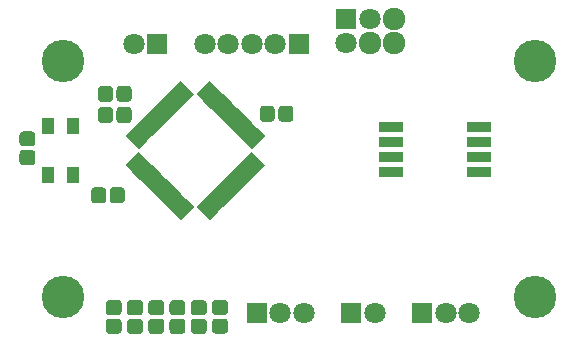
<source format=gts>
G04 #@! TF.GenerationSoftware,KiCad,Pcbnew,(5.0.0)*
G04 #@! TF.CreationDate,2019-01-23T06:14:12+09:00*
G04 #@! TF.ProjectId,PDS,5044532E6B696361645F706362000000,rev?*
G04 #@! TF.SameCoordinates,Original*
G04 #@! TF.FileFunction,Soldermask,Top*
G04 #@! TF.FilePolarity,Negative*
%FSLAX46Y46*%
G04 Gerber Fmt 4.6, Leading zero omitted, Abs format (unit mm)*
G04 Created by KiCad (PCBNEW (5.0.0)) date 01/23/19 06:14:12*
%MOMM*%
%LPD*%
G01*
G04 APERTURE LIST*
%ADD10C,3.600000*%
%ADD11C,1.000000*%
%ADD12C,1.275000*%
%ADD13R,2.150000X0.950000*%
%ADD14R,1.800000X1.800000*%
%ADD15C,1.800000*%
%ADD16C,1.924000*%
%ADD17R,1.050000X1.450000*%
%ADD18C,1.000000*%
G04 APERTURE END LIST*
D10*
G04 #@! TO.C,REF\002A\002A*
X105000000Y-130000000D03*
G04 #@! TD*
G04 #@! TO.C,REF\002A\002A*
X65000000Y-130000000D03*
G04 #@! TD*
G04 #@! TO.C,REF\002A\002A*
X65000000Y-110000000D03*
G04 #@! TD*
D11*
G04 #@! TO.C,C3*
G36*
X70524993Y-112126535D02*
X70555935Y-112131125D01*
X70586278Y-112138725D01*
X70615730Y-112149263D01*
X70644008Y-112162638D01*
X70670838Y-112178719D01*
X70695963Y-112197353D01*
X70719140Y-112218360D01*
X70740147Y-112241537D01*
X70758781Y-112266662D01*
X70774862Y-112293492D01*
X70788237Y-112321770D01*
X70798775Y-112351222D01*
X70806375Y-112381565D01*
X70810965Y-112412507D01*
X70812500Y-112443750D01*
X70812500Y-113156250D01*
X70810965Y-113187493D01*
X70806375Y-113218435D01*
X70798775Y-113248778D01*
X70788237Y-113278230D01*
X70774862Y-113306508D01*
X70758781Y-113333338D01*
X70740147Y-113358463D01*
X70719140Y-113381640D01*
X70695963Y-113402647D01*
X70670838Y-113421281D01*
X70644008Y-113437362D01*
X70615730Y-113450737D01*
X70586278Y-113461275D01*
X70555935Y-113468875D01*
X70524993Y-113473465D01*
X70493750Y-113475000D01*
X69856250Y-113475000D01*
X69825007Y-113473465D01*
X69794065Y-113468875D01*
X69763722Y-113461275D01*
X69734270Y-113450737D01*
X69705992Y-113437362D01*
X69679162Y-113421281D01*
X69654037Y-113402647D01*
X69630860Y-113381640D01*
X69609853Y-113358463D01*
X69591219Y-113333338D01*
X69575138Y-113306508D01*
X69561763Y-113278230D01*
X69551225Y-113248778D01*
X69543625Y-113218435D01*
X69539035Y-113187493D01*
X69537500Y-113156250D01*
X69537500Y-112443750D01*
X69539035Y-112412507D01*
X69543625Y-112381565D01*
X69551225Y-112351222D01*
X69561763Y-112321770D01*
X69575138Y-112293492D01*
X69591219Y-112266662D01*
X69609853Y-112241537D01*
X69630860Y-112218360D01*
X69654037Y-112197353D01*
X69679162Y-112178719D01*
X69705992Y-112162638D01*
X69734270Y-112149263D01*
X69763722Y-112138725D01*
X69794065Y-112131125D01*
X69825007Y-112126535D01*
X69856250Y-112125000D01*
X70493750Y-112125000D01*
X70524993Y-112126535D01*
X70524993Y-112126535D01*
G37*
D12*
X70175000Y-112800000D03*
D11*
G36*
X68949993Y-112126535D02*
X68980935Y-112131125D01*
X69011278Y-112138725D01*
X69040730Y-112149263D01*
X69069008Y-112162638D01*
X69095838Y-112178719D01*
X69120963Y-112197353D01*
X69144140Y-112218360D01*
X69165147Y-112241537D01*
X69183781Y-112266662D01*
X69199862Y-112293492D01*
X69213237Y-112321770D01*
X69223775Y-112351222D01*
X69231375Y-112381565D01*
X69235965Y-112412507D01*
X69237500Y-112443750D01*
X69237500Y-113156250D01*
X69235965Y-113187493D01*
X69231375Y-113218435D01*
X69223775Y-113248778D01*
X69213237Y-113278230D01*
X69199862Y-113306508D01*
X69183781Y-113333338D01*
X69165147Y-113358463D01*
X69144140Y-113381640D01*
X69120963Y-113402647D01*
X69095838Y-113421281D01*
X69069008Y-113437362D01*
X69040730Y-113450737D01*
X69011278Y-113461275D01*
X68980935Y-113468875D01*
X68949993Y-113473465D01*
X68918750Y-113475000D01*
X68281250Y-113475000D01*
X68250007Y-113473465D01*
X68219065Y-113468875D01*
X68188722Y-113461275D01*
X68159270Y-113450737D01*
X68130992Y-113437362D01*
X68104162Y-113421281D01*
X68079037Y-113402647D01*
X68055860Y-113381640D01*
X68034853Y-113358463D01*
X68016219Y-113333338D01*
X68000138Y-113306508D01*
X67986763Y-113278230D01*
X67976225Y-113248778D01*
X67968625Y-113218435D01*
X67964035Y-113187493D01*
X67962500Y-113156250D01*
X67962500Y-112443750D01*
X67964035Y-112412507D01*
X67968625Y-112381565D01*
X67976225Y-112351222D01*
X67986763Y-112321770D01*
X68000138Y-112293492D01*
X68016219Y-112266662D01*
X68034853Y-112241537D01*
X68055860Y-112218360D01*
X68079037Y-112197353D01*
X68104162Y-112178719D01*
X68130992Y-112162638D01*
X68159270Y-112149263D01*
X68188722Y-112138725D01*
X68219065Y-112131125D01*
X68250007Y-112126535D01*
X68281250Y-112125000D01*
X68918750Y-112125000D01*
X68949993Y-112126535D01*
X68949993Y-112126535D01*
G37*
D12*
X68600000Y-112800000D03*
G04 #@! TD*
D11*
G04 #@! TO.C,C4*
G36*
X70524993Y-113926535D02*
X70555935Y-113931125D01*
X70586278Y-113938725D01*
X70615730Y-113949263D01*
X70644008Y-113962638D01*
X70670838Y-113978719D01*
X70695963Y-113997353D01*
X70719140Y-114018360D01*
X70740147Y-114041537D01*
X70758781Y-114066662D01*
X70774862Y-114093492D01*
X70788237Y-114121770D01*
X70798775Y-114151222D01*
X70806375Y-114181565D01*
X70810965Y-114212507D01*
X70812500Y-114243750D01*
X70812500Y-114956250D01*
X70810965Y-114987493D01*
X70806375Y-115018435D01*
X70798775Y-115048778D01*
X70788237Y-115078230D01*
X70774862Y-115106508D01*
X70758781Y-115133338D01*
X70740147Y-115158463D01*
X70719140Y-115181640D01*
X70695963Y-115202647D01*
X70670838Y-115221281D01*
X70644008Y-115237362D01*
X70615730Y-115250737D01*
X70586278Y-115261275D01*
X70555935Y-115268875D01*
X70524993Y-115273465D01*
X70493750Y-115275000D01*
X69856250Y-115275000D01*
X69825007Y-115273465D01*
X69794065Y-115268875D01*
X69763722Y-115261275D01*
X69734270Y-115250737D01*
X69705992Y-115237362D01*
X69679162Y-115221281D01*
X69654037Y-115202647D01*
X69630860Y-115181640D01*
X69609853Y-115158463D01*
X69591219Y-115133338D01*
X69575138Y-115106508D01*
X69561763Y-115078230D01*
X69551225Y-115048778D01*
X69543625Y-115018435D01*
X69539035Y-114987493D01*
X69537500Y-114956250D01*
X69537500Y-114243750D01*
X69539035Y-114212507D01*
X69543625Y-114181565D01*
X69551225Y-114151222D01*
X69561763Y-114121770D01*
X69575138Y-114093492D01*
X69591219Y-114066662D01*
X69609853Y-114041537D01*
X69630860Y-114018360D01*
X69654037Y-113997353D01*
X69679162Y-113978719D01*
X69705992Y-113962638D01*
X69734270Y-113949263D01*
X69763722Y-113938725D01*
X69794065Y-113931125D01*
X69825007Y-113926535D01*
X69856250Y-113925000D01*
X70493750Y-113925000D01*
X70524993Y-113926535D01*
X70524993Y-113926535D01*
G37*
D12*
X70175000Y-114600000D03*
D11*
G36*
X68949993Y-113926535D02*
X68980935Y-113931125D01*
X69011278Y-113938725D01*
X69040730Y-113949263D01*
X69069008Y-113962638D01*
X69095838Y-113978719D01*
X69120963Y-113997353D01*
X69144140Y-114018360D01*
X69165147Y-114041537D01*
X69183781Y-114066662D01*
X69199862Y-114093492D01*
X69213237Y-114121770D01*
X69223775Y-114151222D01*
X69231375Y-114181565D01*
X69235965Y-114212507D01*
X69237500Y-114243750D01*
X69237500Y-114956250D01*
X69235965Y-114987493D01*
X69231375Y-115018435D01*
X69223775Y-115048778D01*
X69213237Y-115078230D01*
X69199862Y-115106508D01*
X69183781Y-115133338D01*
X69165147Y-115158463D01*
X69144140Y-115181640D01*
X69120963Y-115202647D01*
X69095838Y-115221281D01*
X69069008Y-115237362D01*
X69040730Y-115250737D01*
X69011278Y-115261275D01*
X68980935Y-115268875D01*
X68949993Y-115273465D01*
X68918750Y-115275000D01*
X68281250Y-115275000D01*
X68250007Y-115273465D01*
X68219065Y-115268875D01*
X68188722Y-115261275D01*
X68159270Y-115250737D01*
X68130992Y-115237362D01*
X68104162Y-115221281D01*
X68079037Y-115202647D01*
X68055860Y-115181640D01*
X68034853Y-115158463D01*
X68016219Y-115133338D01*
X68000138Y-115106508D01*
X67986763Y-115078230D01*
X67976225Y-115048778D01*
X67968625Y-115018435D01*
X67964035Y-114987493D01*
X67962500Y-114956250D01*
X67962500Y-114243750D01*
X67964035Y-114212507D01*
X67968625Y-114181565D01*
X67976225Y-114151222D01*
X67986763Y-114121770D01*
X68000138Y-114093492D01*
X68016219Y-114066662D01*
X68034853Y-114041537D01*
X68055860Y-114018360D01*
X68079037Y-113997353D01*
X68104162Y-113978719D01*
X68130992Y-113962638D01*
X68159270Y-113949263D01*
X68188722Y-113938725D01*
X68219065Y-113931125D01*
X68250007Y-113926535D01*
X68281250Y-113925000D01*
X68918750Y-113925000D01*
X68949993Y-113926535D01*
X68949993Y-113926535D01*
G37*
D12*
X68600000Y-114600000D03*
G04 #@! TD*
D11*
G04 #@! TO.C,C5*
G36*
X69949993Y-120726535D02*
X69980935Y-120731125D01*
X70011278Y-120738725D01*
X70040730Y-120749263D01*
X70069008Y-120762638D01*
X70095838Y-120778719D01*
X70120963Y-120797353D01*
X70144140Y-120818360D01*
X70165147Y-120841537D01*
X70183781Y-120866662D01*
X70199862Y-120893492D01*
X70213237Y-120921770D01*
X70223775Y-120951222D01*
X70231375Y-120981565D01*
X70235965Y-121012507D01*
X70237500Y-121043750D01*
X70237500Y-121756250D01*
X70235965Y-121787493D01*
X70231375Y-121818435D01*
X70223775Y-121848778D01*
X70213237Y-121878230D01*
X70199862Y-121906508D01*
X70183781Y-121933338D01*
X70165147Y-121958463D01*
X70144140Y-121981640D01*
X70120963Y-122002647D01*
X70095838Y-122021281D01*
X70069008Y-122037362D01*
X70040730Y-122050737D01*
X70011278Y-122061275D01*
X69980935Y-122068875D01*
X69949993Y-122073465D01*
X69918750Y-122075000D01*
X69281250Y-122075000D01*
X69250007Y-122073465D01*
X69219065Y-122068875D01*
X69188722Y-122061275D01*
X69159270Y-122050737D01*
X69130992Y-122037362D01*
X69104162Y-122021281D01*
X69079037Y-122002647D01*
X69055860Y-121981640D01*
X69034853Y-121958463D01*
X69016219Y-121933338D01*
X69000138Y-121906508D01*
X68986763Y-121878230D01*
X68976225Y-121848778D01*
X68968625Y-121818435D01*
X68964035Y-121787493D01*
X68962500Y-121756250D01*
X68962500Y-121043750D01*
X68964035Y-121012507D01*
X68968625Y-120981565D01*
X68976225Y-120951222D01*
X68986763Y-120921770D01*
X69000138Y-120893492D01*
X69016219Y-120866662D01*
X69034853Y-120841537D01*
X69055860Y-120818360D01*
X69079037Y-120797353D01*
X69104162Y-120778719D01*
X69130992Y-120762638D01*
X69159270Y-120749263D01*
X69188722Y-120738725D01*
X69219065Y-120731125D01*
X69250007Y-120726535D01*
X69281250Y-120725000D01*
X69918750Y-120725000D01*
X69949993Y-120726535D01*
X69949993Y-120726535D01*
G37*
D12*
X69600000Y-121400000D03*
D11*
G36*
X68374993Y-120726535D02*
X68405935Y-120731125D01*
X68436278Y-120738725D01*
X68465730Y-120749263D01*
X68494008Y-120762638D01*
X68520838Y-120778719D01*
X68545963Y-120797353D01*
X68569140Y-120818360D01*
X68590147Y-120841537D01*
X68608781Y-120866662D01*
X68624862Y-120893492D01*
X68638237Y-120921770D01*
X68648775Y-120951222D01*
X68656375Y-120981565D01*
X68660965Y-121012507D01*
X68662500Y-121043750D01*
X68662500Y-121756250D01*
X68660965Y-121787493D01*
X68656375Y-121818435D01*
X68648775Y-121848778D01*
X68638237Y-121878230D01*
X68624862Y-121906508D01*
X68608781Y-121933338D01*
X68590147Y-121958463D01*
X68569140Y-121981640D01*
X68545963Y-122002647D01*
X68520838Y-122021281D01*
X68494008Y-122037362D01*
X68465730Y-122050737D01*
X68436278Y-122061275D01*
X68405935Y-122068875D01*
X68374993Y-122073465D01*
X68343750Y-122075000D01*
X67706250Y-122075000D01*
X67675007Y-122073465D01*
X67644065Y-122068875D01*
X67613722Y-122061275D01*
X67584270Y-122050737D01*
X67555992Y-122037362D01*
X67529162Y-122021281D01*
X67504037Y-122002647D01*
X67480860Y-121981640D01*
X67459853Y-121958463D01*
X67441219Y-121933338D01*
X67425138Y-121906508D01*
X67411763Y-121878230D01*
X67401225Y-121848778D01*
X67393625Y-121818435D01*
X67389035Y-121787493D01*
X67387500Y-121756250D01*
X67387500Y-121043750D01*
X67389035Y-121012507D01*
X67393625Y-120981565D01*
X67401225Y-120951222D01*
X67411763Y-120921770D01*
X67425138Y-120893492D01*
X67441219Y-120866662D01*
X67459853Y-120841537D01*
X67480860Y-120818360D01*
X67504037Y-120797353D01*
X67529162Y-120778719D01*
X67555992Y-120762638D01*
X67584270Y-120749263D01*
X67613722Y-120738725D01*
X67644065Y-120731125D01*
X67675007Y-120726535D01*
X67706250Y-120725000D01*
X68343750Y-120725000D01*
X68374993Y-120726535D01*
X68374993Y-120726535D01*
G37*
D12*
X68025000Y-121400000D03*
G04 #@! TD*
D11*
G04 #@! TO.C,C6*
G36*
X82649993Y-113826535D02*
X82680935Y-113831125D01*
X82711278Y-113838725D01*
X82740730Y-113849263D01*
X82769008Y-113862638D01*
X82795838Y-113878719D01*
X82820963Y-113897353D01*
X82844140Y-113918360D01*
X82865147Y-113941537D01*
X82883781Y-113966662D01*
X82899862Y-113993492D01*
X82913237Y-114021770D01*
X82923775Y-114051222D01*
X82931375Y-114081565D01*
X82935965Y-114112507D01*
X82937500Y-114143750D01*
X82937500Y-114856250D01*
X82935965Y-114887493D01*
X82931375Y-114918435D01*
X82923775Y-114948778D01*
X82913237Y-114978230D01*
X82899862Y-115006508D01*
X82883781Y-115033338D01*
X82865147Y-115058463D01*
X82844140Y-115081640D01*
X82820963Y-115102647D01*
X82795838Y-115121281D01*
X82769008Y-115137362D01*
X82740730Y-115150737D01*
X82711278Y-115161275D01*
X82680935Y-115168875D01*
X82649993Y-115173465D01*
X82618750Y-115175000D01*
X81981250Y-115175000D01*
X81950007Y-115173465D01*
X81919065Y-115168875D01*
X81888722Y-115161275D01*
X81859270Y-115150737D01*
X81830992Y-115137362D01*
X81804162Y-115121281D01*
X81779037Y-115102647D01*
X81755860Y-115081640D01*
X81734853Y-115058463D01*
X81716219Y-115033338D01*
X81700138Y-115006508D01*
X81686763Y-114978230D01*
X81676225Y-114948778D01*
X81668625Y-114918435D01*
X81664035Y-114887493D01*
X81662500Y-114856250D01*
X81662500Y-114143750D01*
X81664035Y-114112507D01*
X81668625Y-114081565D01*
X81676225Y-114051222D01*
X81686763Y-114021770D01*
X81700138Y-113993492D01*
X81716219Y-113966662D01*
X81734853Y-113941537D01*
X81755860Y-113918360D01*
X81779037Y-113897353D01*
X81804162Y-113878719D01*
X81830992Y-113862638D01*
X81859270Y-113849263D01*
X81888722Y-113838725D01*
X81919065Y-113831125D01*
X81950007Y-113826535D01*
X81981250Y-113825000D01*
X82618750Y-113825000D01*
X82649993Y-113826535D01*
X82649993Y-113826535D01*
G37*
D12*
X82300000Y-114500000D03*
D11*
G36*
X84224993Y-113826535D02*
X84255935Y-113831125D01*
X84286278Y-113838725D01*
X84315730Y-113849263D01*
X84344008Y-113862638D01*
X84370838Y-113878719D01*
X84395963Y-113897353D01*
X84419140Y-113918360D01*
X84440147Y-113941537D01*
X84458781Y-113966662D01*
X84474862Y-113993492D01*
X84488237Y-114021770D01*
X84498775Y-114051222D01*
X84506375Y-114081565D01*
X84510965Y-114112507D01*
X84512500Y-114143750D01*
X84512500Y-114856250D01*
X84510965Y-114887493D01*
X84506375Y-114918435D01*
X84498775Y-114948778D01*
X84488237Y-114978230D01*
X84474862Y-115006508D01*
X84458781Y-115033338D01*
X84440147Y-115058463D01*
X84419140Y-115081640D01*
X84395963Y-115102647D01*
X84370838Y-115121281D01*
X84344008Y-115137362D01*
X84315730Y-115150737D01*
X84286278Y-115161275D01*
X84255935Y-115168875D01*
X84224993Y-115173465D01*
X84193750Y-115175000D01*
X83556250Y-115175000D01*
X83525007Y-115173465D01*
X83494065Y-115168875D01*
X83463722Y-115161275D01*
X83434270Y-115150737D01*
X83405992Y-115137362D01*
X83379162Y-115121281D01*
X83354037Y-115102647D01*
X83330860Y-115081640D01*
X83309853Y-115058463D01*
X83291219Y-115033338D01*
X83275138Y-115006508D01*
X83261763Y-114978230D01*
X83251225Y-114948778D01*
X83243625Y-114918435D01*
X83239035Y-114887493D01*
X83237500Y-114856250D01*
X83237500Y-114143750D01*
X83239035Y-114112507D01*
X83243625Y-114081565D01*
X83251225Y-114051222D01*
X83261763Y-114021770D01*
X83275138Y-113993492D01*
X83291219Y-113966662D01*
X83309853Y-113941537D01*
X83330860Y-113918360D01*
X83354037Y-113897353D01*
X83379162Y-113878719D01*
X83405992Y-113862638D01*
X83434270Y-113849263D01*
X83463722Y-113838725D01*
X83494065Y-113831125D01*
X83525007Y-113826535D01*
X83556250Y-113825000D01*
X84193750Y-113825000D01*
X84224993Y-113826535D01*
X84224993Y-113826535D01*
G37*
D12*
X83875000Y-114500000D03*
G04 #@! TD*
D11*
G04 #@! TO.C,C7*
G36*
X62387493Y-115989035D02*
X62418435Y-115993625D01*
X62448778Y-116001225D01*
X62478230Y-116011763D01*
X62506508Y-116025138D01*
X62533338Y-116041219D01*
X62558463Y-116059853D01*
X62581640Y-116080860D01*
X62602647Y-116104037D01*
X62621281Y-116129162D01*
X62637362Y-116155992D01*
X62650737Y-116184270D01*
X62661275Y-116213722D01*
X62668875Y-116244065D01*
X62673465Y-116275007D01*
X62675000Y-116306250D01*
X62675000Y-116943750D01*
X62673465Y-116974993D01*
X62668875Y-117005935D01*
X62661275Y-117036278D01*
X62650737Y-117065730D01*
X62637362Y-117094008D01*
X62621281Y-117120838D01*
X62602647Y-117145963D01*
X62581640Y-117169140D01*
X62558463Y-117190147D01*
X62533338Y-117208781D01*
X62506508Y-117224862D01*
X62478230Y-117238237D01*
X62448778Y-117248775D01*
X62418435Y-117256375D01*
X62387493Y-117260965D01*
X62356250Y-117262500D01*
X61643750Y-117262500D01*
X61612507Y-117260965D01*
X61581565Y-117256375D01*
X61551222Y-117248775D01*
X61521770Y-117238237D01*
X61493492Y-117224862D01*
X61466662Y-117208781D01*
X61441537Y-117190147D01*
X61418360Y-117169140D01*
X61397353Y-117145963D01*
X61378719Y-117120838D01*
X61362638Y-117094008D01*
X61349263Y-117065730D01*
X61338725Y-117036278D01*
X61331125Y-117005935D01*
X61326535Y-116974993D01*
X61325000Y-116943750D01*
X61325000Y-116306250D01*
X61326535Y-116275007D01*
X61331125Y-116244065D01*
X61338725Y-116213722D01*
X61349263Y-116184270D01*
X61362638Y-116155992D01*
X61378719Y-116129162D01*
X61397353Y-116104037D01*
X61418360Y-116080860D01*
X61441537Y-116059853D01*
X61466662Y-116041219D01*
X61493492Y-116025138D01*
X61521770Y-116011763D01*
X61551222Y-116001225D01*
X61581565Y-115993625D01*
X61612507Y-115989035D01*
X61643750Y-115987500D01*
X62356250Y-115987500D01*
X62387493Y-115989035D01*
X62387493Y-115989035D01*
G37*
D12*
X62000000Y-116625000D03*
D11*
G36*
X62387493Y-117564035D02*
X62418435Y-117568625D01*
X62448778Y-117576225D01*
X62478230Y-117586763D01*
X62506508Y-117600138D01*
X62533338Y-117616219D01*
X62558463Y-117634853D01*
X62581640Y-117655860D01*
X62602647Y-117679037D01*
X62621281Y-117704162D01*
X62637362Y-117730992D01*
X62650737Y-117759270D01*
X62661275Y-117788722D01*
X62668875Y-117819065D01*
X62673465Y-117850007D01*
X62675000Y-117881250D01*
X62675000Y-118518750D01*
X62673465Y-118549993D01*
X62668875Y-118580935D01*
X62661275Y-118611278D01*
X62650737Y-118640730D01*
X62637362Y-118669008D01*
X62621281Y-118695838D01*
X62602647Y-118720963D01*
X62581640Y-118744140D01*
X62558463Y-118765147D01*
X62533338Y-118783781D01*
X62506508Y-118799862D01*
X62478230Y-118813237D01*
X62448778Y-118823775D01*
X62418435Y-118831375D01*
X62387493Y-118835965D01*
X62356250Y-118837500D01*
X61643750Y-118837500D01*
X61612507Y-118835965D01*
X61581565Y-118831375D01*
X61551222Y-118823775D01*
X61521770Y-118813237D01*
X61493492Y-118799862D01*
X61466662Y-118783781D01*
X61441537Y-118765147D01*
X61418360Y-118744140D01*
X61397353Y-118720963D01*
X61378719Y-118695838D01*
X61362638Y-118669008D01*
X61349263Y-118640730D01*
X61338725Y-118611278D01*
X61331125Y-118580935D01*
X61326535Y-118549993D01*
X61325000Y-118518750D01*
X61325000Y-117881250D01*
X61326535Y-117850007D01*
X61331125Y-117819065D01*
X61338725Y-117788722D01*
X61349263Y-117759270D01*
X61362638Y-117730992D01*
X61378719Y-117704162D01*
X61397353Y-117679037D01*
X61418360Y-117655860D01*
X61441537Y-117634853D01*
X61466662Y-117616219D01*
X61493492Y-117600138D01*
X61521770Y-117586763D01*
X61551222Y-117576225D01*
X61581565Y-117568625D01*
X61612507Y-117564035D01*
X61643750Y-117562500D01*
X62356250Y-117562500D01*
X62387493Y-117564035D01*
X62387493Y-117564035D01*
G37*
D12*
X62000000Y-118200000D03*
G04 #@! TD*
D11*
G04 #@! TO.C,D1*
G36*
X69687493Y-130264035D02*
X69718435Y-130268625D01*
X69748778Y-130276225D01*
X69778230Y-130286763D01*
X69806508Y-130300138D01*
X69833338Y-130316219D01*
X69858463Y-130334853D01*
X69881640Y-130355860D01*
X69902647Y-130379037D01*
X69921281Y-130404162D01*
X69937362Y-130430992D01*
X69950737Y-130459270D01*
X69961275Y-130488722D01*
X69968875Y-130519065D01*
X69973465Y-130550007D01*
X69975000Y-130581250D01*
X69975000Y-131218750D01*
X69973465Y-131249993D01*
X69968875Y-131280935D01*
X69961275Y-131311278D01*
X69950737Y-131340730D01*
X69937362Y-131369008D01*
X69921281Y-131395838D01*
X69902647Y-131420963D01*
X69881640Y-131444140D01*
X69858463Y-131465147D01*
X69833338Y-131483781D01*
X69806508Y-131499862D01*
X69778230Y-131513237D01*
X69748778Y-131523775D01*
X69718435Y-131531375D01*
X69687493Y-131535965D01*
X69656250Y-131537500D01*
X68943750Y-131537500D01*
X68912507Y-131535965D01*
X68881565Y-131531375D01*
X68851222Y-131523775D01*
X68821770Y-131513237D01*
X68793492Y-131499862D01*
X68766662Y-131483781D01*
X68741537Y-131465147D01*
X68718360Y-131444140D01*
X68697353Y-131420963D01*
X68678719Y-131395838D01*
X68662638Y-131369008D01*
X68649263Y-131340730D01*
X68638725Y-131311278D01*
X68631125Y-131280935D01*
X68626535Y-131249993D01*
X68625000Y-131218750D01*
X68625000Y-130581250D01*
X68626535Y-130550007D01*
X68631125Y-130519065D01*
X68638725Y-130488722D01*
X68649263Y-130459270D01*
X68662638Y-130430992D01*
X68678719Y-130404162D01*
X68697353Y-130379037D01*
X68718360Y-130355860D01*
X68741537Y-130334853D01*
X68766662Y-130316219D01*
X68793492Y-130300138D01*
X68821770Y-130286763D01*
X68851222Y-130276225D01*
X68881565Y-130268625D01*
X68912507Y-130264035D01*
X68943750Y-130262500D01*
X69656250Y-130262500D01*
X69687493Y-130264035D01*
X69687493Y-130264035D01*
G37*
D12*
X69300000Y-130900000D03*
D11*
G36*
X69687493Y-131839035D02*
X69718435Y-131843625D01*
X69748778Y-131851225D01*
X69778230Y-131861763D01*
X69806508Y-131875138D01*
X69833338Y-131891219D01*
X69858463Y-131909853D01*
X69881640Y-131930860D01*
X69902647Y-131954037D01*
X69921281Y-131979162D01*
X69937362Y-132005992D01*
X69950737Y-132034270D01*
X69961275Y-132063722D01*
X69968875Y-132094065D01*
X69973465Y-132125007D01*
X69975000Y-132156250D01*
X69975000Y-132793750D01*
X69973465Y-132824993D01*
X69968875Y-132855935D01*
X69961275Y-132886278D01*
X69950737Y-132915730D01*
X69937362Y-132944008D01*
X69921281Y-132970838D01*
X69902647Y-132995963D01*
X69881640Y-133019140D01*
X69858463Y-133040147D01*
X69833338Y-133058781D01*
X69806508Y-133074862D01*
X69778230Y-133088237D01*
X69748778Y-133098775D01*
X69718435Y-133106375D01*
X69687493Y-133110965D01*
X69656250Y-133112500D01*
X68943750Y-133112500D01*
X68912507Y-133110965D01*
X68881565Y-133106375D01*
X68851222Y-133098775D01*
X68821770Y-133088237D01*
X68793492Y-133074862D01*
X68766662Y-133058781D01*
X68741537Y-133040147D01*
X68718360Y-133019140D01*
X68697353Y-132995963D01*
X68678719Y-132970838D01*
X68662638Y-132944008D01*
X68649263Y-132915730D01*
X68638725Y-132886278D01*
X68631125Y-132855935D01*
X68626535Y-132824993D01*
X68625000Y-132793750D01*
X68625000Y-132156250D01*
X68626535Y-132125007D01*
X68631125Y-132094065D01*
X68638725Y-132063722D01*
X68649263Y-132034270D01*
X68662638Y-132005992D01*
X68678719Y-131979162D01*
X68697353Y-131954037D01*
X68718360Y-131930860D01*
X68741537Y-131909853D01*
X68766662Y-131891219D01*
X68793492Y-131875138D01*
X68821770Y-131861763D01*
X68851222Y-131851225D01*
X68881565Y-131843625D01*
X68912507Y-131839035D01*
X68943750Y-131837500D01*
X69656250Y-131837500D01*
X69687493Y-131839035D01*
X69687493Y-131839035D01*
G37*
D12*
X69300000Y-132475000D03*
G04 #@! TD*
D11*
G04 #@! TO.C,D2*
G36*
X71487493Y-131851535D02*
X71518435Y-131856125D01*
X71548778Y-131863725D01*
X71578230Y-131874263D01*
X71606508Y-131887638D01*
X71633338Y-131903719D01*
X71658463Y-131922353D01*
X71681640Y-131943360D01*
X71702647Y-131966537D01*
X71721281Y-131991662D01*
X71737362Y-132018492D01*
X71750737Y-132046770D01*
X71761275Y-132076222D01*
X71768875Y-132106565D01*
X71773465Y-132137507D01*
X71775000Y-132168750D01*
X71775000Y-132806250D01*
X71773465Y-132837493D01*
X71768875Y-132868435D01*
X71761275Y-132898778D01*
X71750737Y-132928230D01*
X71737362Y-132956508D01*
X71721281Y-132983338D01*
X71702647Y-133008463D01*
X71681640Y-133031640D01*
X71658463Y-133052647D01*
X71633338Y-133071281D01*
X71606508Y-133087362D01*
X71578230Y-133100737D01*
X71548778Y-133111275D01*
X71518435Y-133118875D01*
X71487493Y-133123465D01*
X71456250Y-133125000D01*
X70743750Y-133125000D01*
X70712507Y-133123465D01*
X70681565Y-133118875D01*
X70651222Y-133111275D01*
X70621770Y-133100737D01*
X70593492Y-133087362D01*
X70566662Y-133071281D01*
X70541537Y-133052647D01*
X70518360Y-133031640D01*
X70497353Y-133008463D01*
X70478719Y-132983338D01*
X70462638Y-132956508D01*
X70449263Y-132928230D01*
X70438725Y-132898778D01*
X70431125Y-132868435D01*
X70426535Y-132837493D01*
X70425000Y-132806250D01*
X70425000Y-132168750D01*
X70426535Y-132137507D01*
X70431125Y-132106565D01*
X70438725Y-132076222D01*
X70449263Y-132046770D01*
X70462638Y-132018492D01*
X70478719Y-131991662D01*
X70497353Y-131966537D01*
X70518360Y-131943360D01*
X70541537Y-131922353D01*
X70566662Y-131903719D01*
X70593492Y-131887638D01*
X70621770Y-131874263D01*
X70651222Y-131863725D01*
X70681565Y-131856125D01*
X70712507Y-131851535D01*
X70743750Y-131850000D01*
X71456250Y-131850000D01*
X71487493Y-131851535D01*
X71487493Y-131851535D01*
G37*
D12*
X71100000Y-132487500D03*
D11*
G36*
X71487493Y-130276535D02*
X71518435Y-130281125D01*
X71548778Y-130288725D01*
X71578230Y-130299263D01*
X71606508Y-130312638D01*
X71633338Y-130328719D01*
X71658463Y-130347353D01*
X71681640Y-130368360D01*
X71702647Y-130391537D01*
X71721281Y-130416662D01*
X71737362Y-130443492D01*
X71750737Y-130471770D01*
X71761275Y-130501222D01*
X71768875Y-130531565D01*
X71773465Y-130562507D01*
X71775000Y-130593750D01*
X71775000Y-131231250D01*
X71773465Y-131262493D01*
X71768875Y-131293435D01*
X71761275Y-131323778D01*
X71750737Y-131353230D01*
X71737362Y-131381508D01*
X71721281Y-131408338D01*
X71702647Y-131433463D01*
X71681640Y-131456640D01*
X71658463Y-131477647D01*
X71633338Y-131496281D01*
X71606508Y-131512362D01*
X71578230Y-131525737D01*
X71548778Y-131536275D01*
X71518435Y-131543875D01*
X71487493Y-131548465D01*
X71456250Y-131550000D01*
X70743750Y-131550000D01*
X70712507Y-131548465D01*
X70681565Y-131543875D01*
X70651222Y-131536275D01*
X70621770Y-131525737D01*
X70593492Y-131512362D01*
X70566662Y-131496281D01*
X70541537Y-131477647D01*
X70518360Y-131456640D01*
X70497353Y-131433463D01*
X70478719Y-131408338D01*
X70462638Y-131381508D01*
X70449263Y-131353230D01*
X70438725Y-131323778D01*
X70431125Y-131293435D01*
X70426535Y-131262493D01*
X70425000Y-131231250D01*
X70425000Y-130593750D01*
X70426535Y-130562507D01*
X70431125Y-130531565D01*
X70438725Y-130501222D01*
X70449263Y-130471770D01*
X70462638Y-130443492D01*
X70478719Y-130416662D01*
X70497353Y-130391537D01*
X70518360Y-130368360D01*
X70541537Y-130347353D01*
X70566662Y-130328719D01*
X70593492Y-130312638D01*
X70621770Y-130299263D01*
X70651222Y-130288725D01*
X70681565Y-130281125D01*
X70712507Y-130276535D01*
X70743750Y-130275000D01*
X71456250Y-130275000D01*
X71487493Y-130276535D01*
X71487493Y-130276535D01*
G37*
D12*
X71100000Y-130912500D03*
G04 #@! TD*
D11*
G04 #@! TO.C,D3*
G36*
X73287493Y-130276535D02*
X73318435Y-130281125D01*
X73348778Y-130288725D01*
X73378230Y-130299263D01*
X73406508Y-130312638D01*
X73433338Y-130328719D01*
X73458463Y-130347353D01*
X73481640Y-130368360D01*
X73502647Y-130391537D01*
X73521281Y-130416662D01*
X73537362Y-130443492D01*
X73550737Y-130471770D01*
X73561275Y-130501222D01*
X73568875Y-130531565D01*
X73573465Y-130562507D01*
X73575000Y-130593750D01*
X73575000Y-131231250D01*
X73573465Y-131262493D01*
X73568875Y-131293435D01*
X73561275Y-131323778D01*
X73550737Y-131353230D01*
X73537362Y-131381508D01*
X73521281Y-131408338D01*
X73502647Y-131433463D01*
X73481640Y-131456640D01*
X73458463Y-131477647D01*
X73433338Y-131496281D01*
X73406508Y-131512362D01*
X73378230Y-131525737D01*
X73348778Y-131536275D01*
X73318435Y-131543875D01*
X73287493Y-131548465D01*
X73256250Y-131550000D01*
X72543750Y-131550000D01*
X72512507Y-131548465D01*
X72481565Y-131543875D01*
X72451222Y-131536275D01*
X72421770Y-131525737D01*
X72393492Y-131512362D01*
X72366662Y-131496281D01*
X72341537Y-131477647D01*
X72318360Y-131456640D01*
X72297353Y-131433463D01*
X72278719Y-131408338D01*
X72262638Y-131381508D01*
X72249263Y-131353230D01*
X72238725Y-131323778D01*
X72231125Y-131293435D01*
X72226535Y-131262493D01*
X72225000Y-131231250D01*
X72225000Y-130593750D01*
X72226535Y-130562507D01*
X72231125Y-130531565D01*
X72238725Y-130501222D01*
X72249263Y-130471770D01*
X72262638Y-130443492D01*
X72278719Y-130416662D01*
X72297353Y-130391537D01*
X72318360Y-130368360D01*
X72341537Y-130347353D01*
X72366662Y-130328719D01*
X72393492Y-130312638D01*
X72421770Y-130299263D01*
X72451222Y-130288725D01*
X72481565Y-130281125D01*
X72512507Y-130276535D01*
X72543750Y-130275000D01*
X73256250Y-130275000D01*
X73287493Y-130276535D01*
X73287493Y-130276535D01*
G37*
D12*
X72900000Y-130912500D03*
D11*
G36*
X73287493Y-131851535D02*
X73318435Y-131856125D01*
X73348778Y-131863725D01*
X73378230Y-131874263D01*
X73406508Y-131887638D01*
X73433338Y-131903719D01*
X73458463Y-131922353D01*
X73481640Y-131943360D01*
X73502647Y-131966537D01*
X73521281Y-131991662D01*
X73537362Y-132018492D01*
X73550737Y-132046770D01*
X73561275Y-132076222D01*
X73568875Y-132106565D01*
X73573465Y-132137507D01*
X73575000Y-132168750D01*
X73575000Y-132806250D01*
X73573465Y-132837493D01*
X73568875Y-132868435D01*
X73561275Y-132898778D01*
X73550737Y-132928230D01*
X73537362Y-132956508D01*
X73521281Y-132983338D01*
X73502647Y-133008463D01*
X73481640Y-133031640D01*
X73458463Y-133052647D01*
X73433338Y-133071281D01*
X73406508Y-133087362D01*
X73378230Y-133100737D01*
X73348778Y-133111275D01*
X73318435Y-133118875D01*
X73287493Y-133123465D01*
X73256250Y-133125000D01*
X72543750Y-133125000D01*
X72512507Y-133123465D01*
X72481565Y-133118875D01*
X72451222Y-133111275D01*
X72421770Y-133100737D01*
X72393492Y-133087362D01*
X72366662Y-133071281D01*
X72341537Y-133052647D01*
X72318360Y-133031640D01*
X72297353Y-133008463D01*
X72278719Y-132983338D01*
X72262638Y-132956508D01*
X72249263Y-132928230D01*
X72238725Y-132898778D01*
X72231125Y-132868435D01*
X72226535Y-132837493D01*
X72225000Y-132806250D01*
X72225000Y-132168750D01*
X72226535Y-132137507D01*
X72231125Y-132106565D01*
X72238725Y-132076222D01*
X72249263Y-132046770D01*
X72262638Y-132018492D01*
X72278719Y-131991662D01*
X72297353Y-131966537D01*
X72318360Y-131943360D01*
X72341537Y-131922353D01*
X72366662Y-131903719D01*
X72393492Y-131887638D01*
X72421770Y-131874263D01*
X72451222Y-131863725D01*
X72481565Y-131856125D01*
X72512507Y-131851535D01*
X72543750Y-131850000D01*
X73256250Y-131850000D01*
X73287493Y-131851535D01*
X73287493Y-131851535D01*
G37*
D12*
X72900000Y-132487500D03*
G04 #@! TD*
D11*
G04 #@! TO.C,D4*
G36*
X76887493Y-131851535D02*
X76918435Y-131856125D01*
X76948778Y-131863725D01*
X76978230Y-131874263D01*
X77006508Y-131887638D01*
X77033338Y-131903719D01*
X77058463Y-131922353D01*
X77081640Y-131943360D01*
X77102647Y-131966537D01*
X77121281Y-131991662D01*
X77137362Y-132018492D01*
X77150737Y-132046770D01*
X77161275Y-132076222D01*
X77168875Y-132106565D01*
X77173465Y-132137507D01*
X77175000Y-132168750D01*
X77175000Y-132806250D01*
X77173465Y-132837493D01*
X77168875Y-132868435D01*
X77161275Y-132898778D01*
X77150737Y-132928230D01*
X77137362Y-132956508D01*
X77121281Y-132983338D01*
X77102647Y-133008463D01*
X77081640Y-133031640D01*
X77058463Y-133052647D01*
X77033338Y-133071281D01*
X77006508Y-133087362D01*
X76978230Y-133100737D01*
X76948778Y-133111275D01*
X76918435Y-133118875D01*
X76887493Y-133123465D01*
X76856250Y-133125000D01*
X76143750Y-133125000D01*
X76112507Y-133123465D01*
X76081565Y-133118875D01*
X76051222Y-133111275D01*
X76021770Y-133100737D01*
X75993492Y-133087362D01*
X75966662Y-133071281D01*
X75941537Y-133052647D01*
X75918360Y-133031640D01*
X75897353Y-133008463D01*
X75878719Y-132983338D01*
X75862638Y-132956508D01*
X75849263Y-132928230D01*
X75838725Y-132898778D01*
X75831125Y-132868435D01*
X75826535Y-132837493D01*
X75825000Y-132806250D01*
X75825000Y-132168750D01*
X75826535Y-132137507D01*
X75831125Y-132106565D01*
X75838725Y-132076222D01*
X75849263Y-132046770D01*
X75862638Y-132018492D01*
X75878719Y-131991662D01*
X75897353Y-131966537D01*
X75918360Y-131943360D01*
X75941537Y-131922353D01*
X75966662Y-131903719D01*
X75993492Y-131887638D01*
X76021770Y-131874263D01*
X76051222Y-131863725D01*
X76081565Y-131856125D01*
X76112507Y-131851535D01*
X76143750Y-131850000D01*
X76856250Y-131850000D01*
X76887493Y-131851535D01*
X76887493Y-131851535D01*
G37*
D12*
X76500000Y-132487500D03*
D11*
G36*
X76887493Y-130276535D02*
X76918435Y-130281125D01*
X76948778Y-130288725D01*
X76978230Y-130299263D01*
X77006508Y-130312638D01*
X77033338Y-130328719D01*
X77058463Y-130347353D01*
X77081640Y-130368360D01*
X77102647Y-130391537D01*
X77121281Y-130416662D01*
X77137362Y-130443492D01*
X77150737Y-130471770D01*
X77161275Y-130501222D01*
X77168875Y-130531565D01*
X77173465Y-130562507D01*
X77175000Y-130593750D01*
X77175000Y-131231250D01*
X77173465Y-131262493D01*
X77168875Y-131293435D01*
X77161275Y-131323778D01*
X77150737Y-131353230D01*
X77137362Y-131381508D01*
X77121281Y-131408338D01*
X77102647Y-131433463D01*
X77081640Y-131456640D01*
X77058463Y-131477647D01*
X77033338Y-131496281D01*
X77006508Y-131512362D01*
X76978230Y-131525737D01*
X76948778Y-131536275D01*
X76918435Y-131543875D01*
X76887493Y-131548465D01*
X76856250Y-131550000D01*
X76143750Y-131550000D01*
X76112507Y-131548465D01*
X76081565Y-131543875D01*
X76051222Y-131536275D01*
X76021770Y-131525737D01*
X75993492Y-131512362D01*
X75966662Y-131496281D01*
X75941537Y-131477647D01*
X75918360Y-131456640D01*
X75897353Y-131433463D01*
X75878719Y-131408338D01*
X75862638Y-131381508D01*
X75849263Y-131353230D01*
X75838725Y-131323778D01*
X75831125Y-131293435D01*
X75826535Y-131262493D01*
X75825000Y-131231250D01*
X75825000Y-130593750D01*
X75826535Y-130562507D01*
X75831125Y-130531565D01*
X75838725Y-130501222D01*
X75849263Y-130471770D01*
X75862638Y-130443492D01*
X75878719Y-130416662D01*
X75897353Y-130391537D01*
X75918360Y-130368360D01*
X75941537Y-130347353D01*
X75966662Y-130328719D01*
X75993492Y-130312638D01*
X76021770Y-130299263D01*
X76051222Y-130288725D01*
X76081565Y-130281125D01*
X76112507Y-130276535D01*
X76143750Y-130275000D01*
X76856250Y-130275000D01*
X76887493Y-130276535D01*
X76887493Y-130276535D01*
G37*
D12*
X76500000Y-130912500D03*
G04 #@! TD*
D11*
G04 #@! TO.C,D5*
G36*
X75087493Y-130276535D02*
X75118435Y-130281125D01*
X75148778Y-130288725D01*
X75178230Y-130299263D01*
X75206508Y-130312638D01*
X75233338Y-130328719D01*
X75258463Y-130347353D01*
X75281640Y-130368360D01*
X75302647Y-130391537D01*
X75321281Y-130416662D01*
X75337362Y-130443492D01*
X75350737Y-130471770D01*
X75361275Y-130501222D01*
X75368875Y-130531565D01*
X75373465Y-130562507D01*
X75375000Y-130593750D01*
X75375000Y-131231250D01*
X75373465Y-131262493D01*
X75368875Y-131293435D01*
X75361275Y-131323778D01*
X75350737Y-131353230D01*
X75337362Y-131381508D01*
X75321281Y-131408338D01*
X75302647Y-131433463D01*
X75281640Y-131456640D01*
X75258463Y-131477647D01*
X75233338Y-131496281D01*
X75206508Y-131512362D01*
X75178230Y-131525737D01*
X75148778Y-131536275D01*
X75118435Y-131543875D01*
X75087493Y-131548465D01*
X75056250Y-131550000D01*
X74343750Y-131550000D01*
X74312507Y-131548465D01*
X74281565Y-131543875D01*
X74251222Y-131536275D01*
X74221770Y-131525737D01*
X74193492Y-131512362D01*
X74166662Y-131496281D01*
X74141537Y-131477647D01*
X74118360Y-131456640D01*
X74097353Y-131433463D01*
X74078719Y-131408338D01*
X74062638Y-131381508D01*
X74049263Y-131353230D01*
X74038725Y-131323778D01*
X74031125Y-131293435D01*
X74026535Y-131262493D01*
X74025000Y-131231250D01*
X74025000Y-130593750D01*
X74026535Y-130562507D01*
X74031125Y-130531565D01*
X74038725Y-130501222D01*
X74049263Y-130471770D01*
X74062638Y-130443492D01*
X74078719Y-130416662D01*
X74097353Y-130391537D01*
X74118360Y-130368360D01*
X74141537Y-130347353D01*
X74166662Y-130328719D01*
X74193492Y-130312638D01*
X74221770Y-130299263D01*
X74251222Y-130288725D01*
X74281565Y-130281125D01*
X74312507Y-130276535D01*
X74343750Y-130275000D01*
X75056250Y-130275000D01*
X75087493Y-130276535D01*
X75087493Y-130276535D01*
G37*
D12*
X74700000Y-130912500D03*
D11*
G36*
X75087493Y-131851535D02*
X75118435Y-131856125D01*
X75148778Y-131863725D01*
X75178230Y-131874263D01*
X75206508Y-131887638D01*
X75233338Y-131903719D01*
X75258463Y-131922353D01*
X75281640Y-131943360D01*
X75302647Y-131966537D01*
X75321281Y-131991662D01*
X75337362Y-132018492D01*
X75350737Y-132046770D01*
X75361275Y-132076222D01*
X75368875Y-132106565D01*
X75373465Y-132137507D01*
X75375000Y-132168750D01*
X75375000Y-132806250D01*
X75373465Y-132837493D01*
X75368875Y-132868435D01*
X75361275Y-132898778D01*
X75350737Y-132928230D01*
X75337362Y-132956508D01*
X75321281Y-132983338D01*
X75302647Y-133008463D01*
X75281640Y-133031640D01*
X75258463Y-133052647D01*
X75233338Y-133071281D01*
X75206508Y-133087362D01*
X75178230Y-133100737D01*
X75148778Y-133111275D01*
X75118435Y-133118875D01*
X75087493Y-133123465D01*
X75056250Y-133125000D01*
X74343750Y-133125000D01*
X74312507Y-133123465D01*
X74281565Y-133118875D01*
X74251222Y-133111275D01*
X74221770Y-133100737D01*
X74193492Y-133087362D01*
X74166662Y-133071281D01*
X74141537Y-133052647D01*
X74118360Y-133031640D01*
X74097353Y-133008463D01*
X74078719Y-132983338D01*
X74062638Y-132956508D01*
X74049263Y-132928230D01*
X74038725Y-132898778D01*
X74031125Y-132868435D01*
X74026535Y-132837493D01*
X74025000Y-132806250D01*
X74025000Y-132168750D01*
X74026535Y-132137507D01*
X74031125Y-132106565D01*
X74038725Y-132076222D01*
X74049263Y-132046770D01*
X74062638Y-132018492D01*
X74078719Y-131991662D01*
X74097353Y-131966537D01*
X74118360Y-131943360D01*
X74141537Y-131922353D01*
X74166662Y-131903719D01*
X74193492Y-131887638D01*
X74221770Y-131874263D01*
X74251222Y-131863725D01*
X74281565Y-131856125D01*
X74312507Y-131851535D01*
X74343750Y-131850000D01*
X75056250Y-131850000D01*
X75087493Y-131851535D01*
X75087493Y-131851535D01*
G37*
D12*
X74700000Y-132487500D03*
G04 #@! TD*
D11*
G04 #@! TO.C,D8*
G36*
X78687493Y-131839035D02*
X78718435Y-131843625D01*
X78748778Y-131851225D01*
X78778230Y-131861763D01*
X78806508Y-131875138D01*
X78833338Y-131891219D01*
X78858463Y-131909853D01*
X78881640Y-131930860D01*
X78902647Y-131954037D01*
X78921281Y-131979162D01*
X78937362Y-132005992D01*
X78950737Y-132034270D01*
X78961275Y-132063722D01*
X78968875Y-132094065D01*
X78973465Y-132125007D01*
X78975000Y-132156250D01*
X78975000Y-132793750D01*
X78973465Y-132824993D01*
X78968875Y-132855935D01*
X78961275Y-132886278D01*
X78950737Y-132915730D01*
X78937362Y-132944008D01*
X78921281Y-132970838D01*
X78902647Y-132995963D01*
X78881640Y-133019140D01*
X78858463Y-133040147D01*
X78833338Y-133058781D01*
X78806508Y-133074862D01*
X78778230Y-133088237D01*
X78748778Y-133098775D01*
X78718435Y-133106375D01*
X78687493Y-133110965D01*
X78656250Y-133112500D01*
X77943750Y-133112500D01*
X77912507Y-133110965D01*
X77881565Y-133106375D01*
X77851222Y-133098775D01*
X77821770Y-133088237D01*
X77793492Y-133074862D01*
X77766662Y-133058781D01*
X77741537Y-133040147D01*
X77718360Y-133019140D01*
X77697353Y-132995963D01*
X77678719Y-132970838D01*
X77662638Y-132944008D01*
X77649263Y-132915730D01*
X77638725Y-132886278D01*
X77631125Y-132855935D01*
X77626535Y-132824993D01*
X77625000Y-132793750D01*
X77625000Y-132156250D01*
X77626535Y-132125007D01*
X77631125Y-132094065D01*
X77638725Y-132063722D01*
X77649263Y-132034270D01*
X77662638Y-132005992D01*
X77678719Y-131979162D01*
X77697353Y-131954037D01*
X77718360Y-131930860D01*
X77741537Y-131909853D01*
X77766662Y-131891219D01*
X77793492Y-131875138D01*
X77821770Y-131861763D01*
X77851222Y-131851225D01*
X77881565Y-131843625D01*
X77912507Y-131839035D01*
X77943750Y-131837500D01*
X78656250Y-131837500D01*
X78687493Y-131839035D01*
X78687493Y-131839035D01*
G37*
D12*
X78300000Y-132475000D03*
D11*
G36*
X78687493Y-130264035D02*
X78718435Y-130268625D01*
X78748778Y-130276225D01*
X78778230Y-130286763D01*
X78806508Y-130300138D01*
X78833338Y-130316219D01*
X78858463Y-130334853D01*
X78881640Y-130355860D01*
X78902647Y-130379037D01*
X78921281Y-130404162D01*
X78937362Y-130430992D01*
X78950737Y-130459270D01*
X78961275Y-130488722D01*
X78968875Y-130519065D01*
X78973465Y-130550007D01*
X78975000Y-130581250D01*
X78975000Y-131218750D01*
X78973465Y-131249993D01*
X78968875Y-131280935D01*
X78961275Y-131311278D01*
X78950737Y-131340730D01*
X78937362Y-131369008D01*
X78921281Y-131395838D01*
X78902647Y-131420963D01*
X78881640Y-131444140D01*
X78858463Y-131465147D01*
X78833338Y-131483781D01*
X78806508Y-131499862D01*
X78778230Y-131513237D01*
X78748778Y-131523775D01*
X78718435Y-131531375D01*
X78687493Y-131535965D01*
X78656250Y-131537500D01*
X77943750Y-131537500D01*
X77912507Y-131535965D01*
X77881565Y-131531375D01*
X77851222Y-131523775D01*
X77821770Y-131513237D01*
X77793492Y-131499862D01*
X77766662Y-131483781D01*
X77741537Y-131465147D01*
X77718360Y-131444140D01*
X77697353Y-131420963D01*
X77678719Y-131395838D01*
X77662638Y-131369008D01*
X77649263Y-131340730D01*
X77638725Y-131311278D01*
X77631125Y-131280935D01*
X77626535Y-131249993D01*
X77625000Y-131218750D01*
X77625000Y-130581250D01*
X77626535Y-130550007D01*
X77631125Y-130519065D01*
X77638725Y-130488722D01*
X77649263Y-130459270D01*
X77662638Y-130430992D01*
X77678719Y-130404162D01*
X77697353Y-130379037D01*
X77718360Y-130355860D01*
X77741537Y-130334853D01*
X77766662Y-130316219D01*
X77793492Y-130300138D01*
X77821770Y-130286763D01*
X77851222Y-130276225D01*
X77881565Y-130268625D01*
X77912507Y-130264035D01*
X77943750Y-130262500D01*
X78656250Y-130262500D01*
X78687493Y-130264035D01*
X78687493Y-130264035D01*
G37*
D12*
X78300000Y-130900000D03*
G04 #@! TD*
D13*
G04 #@! TO.C,DCN1*
X92800000Y-115595000D03*
X92800000Y-116865000D03*
X92800000Y-118135000D03*
X92800000Y-119405000D03*
X100200000Y-119405000D03*
X100200000Y-118135000D03*
X100200000Y-116865000D03*
X100200000Y-115595000D03*
G04 #@! TD*
D14*
G04 #@! TO.C,J1*
X73000000Y-108600000D03*
D15*
X71000000Y-108600000D03*
G04 #@! TD*
G04 #@! TO.C,J2*
X83000000Y-108600000D03*
D14*
X85000000Y-108600000D03*
D15*
X81000000Y-108600000D03*
X79000000Y-108600000D03*
X77000000Y-108600000D03*
G04 #@! TD*
G04 #@! TO.C,J3*
X97400000Y-131400000D03*
D14*
X95400000Y-131400000D03*
D15*
X99400000Y-131400000D03*
G04 #@! TD*
G04 #@! TO.C,J4*
X85400000Y-131400000D03*
D14*
X81400000Y-131400000D03*
D15*
X83400000Y-131400000D03*
G04 #@! TD*
G04 #@! TO.C,J5*
X91400000Y-131400000D03*
D14*
X89400000Y-131400000D03*
G04 #@! TD*
D15*
G04 #@! TO.C,J8*
X89000000Y-108500000D03*
D14*
X89000000Y-106500000D03*
D15*
X91000000Y-106500000D03*
D16*
X91000000Y-108500000D03*
X93000000Y-106500000D03*
X93000000Y-108500000D03*
G04 #@! TD*
D17*
G04 #@! TO.C,SW1*
X63725000Y-119675000D03*
X63725000Y-115525000D03*
X65875000Y-119675000D03*
X65875000Y-115525000D03*
G04 #@! TD*
D18*
G04 #@! TO.C,U1*
X71214897Y-118625305D03*
D11*
G36*
X71002765Y-119544544D02*
X70295658Y-118837437D01*
X71427029Y-117706066D01*
X72134136Y-118413173D01*
X71002765Y-119544544D01*
X71002765Y-119544544D01*
G37*
D18*
X71780583Y-119190990D03*
D11*
G36*
X71568451Y-120110229D02*
X70861344Y-119403122D01*
X71992715Y-118271751D01*
X72699822Y-118978858D01*
X71568451Y-120110229D01*
X71568451Y-120110229D01*
G37*
D18*
X72346268Y-119756676D03*
D11*
G36*
X72134136Y-120675915D02*
X71427029Y-119968808D01*
X72558400Y-118837437D01*
X73265507Y-119544544D01*
X72134136Y-120675915D01*
X72134136Y-120675915D01*
G37*
D18*
X72911953Y-120322361D03*
D11*
G36*
X72699821Y-121241600D02*
X71992714Y-120534493D01*
X73124085Y-119403122D01*
X73831192Y-120110229D01*
X72699821Y-121241600D01*
X72699821Y-121241600D01*
G37*
D18*
X73477639Y-120888047D03*
D11*
G36*
X73265507Y-121807286D02*
X72558400Y-121100179D01*
X73689771Y-119968808D01*
X74396878Y-120675915D01*
X73265507Y-121807286D01*
X73265507Y-121807286D01*
G37*
D18*
X74043324Y-121453732D03*
D11*
G36*
X73831192Y-122372971D02*
X73124085Y-121665864D01*
X74255456Y-120534493D01*
X74962563Y-121241600D01*
X73831192Y-122372971D01*
X73831192Y-122372971D01*
G37*
D18*
X74609010Y-122019417D03*
D11*
G36*
X74396878Y-122938656D02*
X73689771Y-122231549D01*
X74821142Y-121100178D01*
X75528249Y-121807285D01*
X74396878Y-122938656D01*
X74396878Y-122938656D01*
G37*
D18*
X75174695Y-122585103D03*
D11*
G36*
X74962563Y-123504342D02*
X74255456Y-122797235D01*
X75386827Y-121665864D01*
X76093934Y-122372971D01*
X74962563Y-123504342D01*
X74962563Y-123504342D01*
G37*
D18*
X77225305Y-122585103D03*
D11*
G36*
X78144544Y-122797235D02*
X77437437Y-123504342D01*
X76306066Y-122372971D01*
X77013173Y-121665864D01*
X78144544Y-122797235D01*
X78144544Y-122797235D01*
G37*
D18*
X77790990Y-122019417D03*
D11*
G36*
X78710229Y-122231549D02*
X78003122Y-122938656D01*
X76871751Y-121807285D01*
X77578858Y-121100178D01*
X78710229Y-122231549D01*
X78710229Y-122231549D01*
G37*
D18*
X78356676Y-121453732D03*
D11*
G36*
X79275915Y-121665864D02*
X78568808Y-122372971D01*
X77437437Y-121241600D01*
X78144544Y-120534493D01*
X79275915Y-121665864D01*
X79275915Y-121665864D01*
G37*
D18*
X78922361Y-120888047D03*
D11*
G36*
X79841600Y-121100179D02*
X79134493Y-121807286D01*
X78003122Y-120675915D01*
X78710229Y-119968808D01*
X79841600Y-121100179D01*
X79841600Y-121100179D01*
G37*
D18*
X79488047Y-120322361D03*
D11*
G36*
X80407286Y-120534493D02*
X79700179Y-121241600D01*
X78568808Y-120110229D01*
X79275915Y-119403122D01*
X80407286Y-120534493D01*
X80407286Y-120534493D01*
G37*
D18*
X80053732Y-119756676D03*
D11*
G36*
X80972971Y-119968808D02*
X80265864Y-120675915D01*
X79134493Y-119544544D01*
X79841600Y-118837437D01*
X80972971Y-119968808D01*
X80972971Y-119968808D01*
G37*
D18*
X80619417Y-119190990D03*
D11*
G36*
X81538656Y-119403122D02*
X80831549Y-120110229D01*
X79700178Y-118978858D01*
X80407285Y-118271751D01*
X81538656Y-119403122D01*
X81538656Y-119403122D01*
G37*
D18*
X81185103Y-118625305D03*
D11*
G36*
X82104342Y-118837437D02*
X81397235Y-119544544D01*
X80265864Y-118413173D01*
X80972971Y-117706066D01*
X82104342Y-118837437D01*
X82104342Y-118837437D01*
G37*
D18*
X81185103Y-116574695D03*
D11*
G36*
X80972971Y-117493934D02*
X80265864Y-116786827D01*
X81397235Y-115655456D01*
X82104342Y-116362563D01*
X80972971Y-117493934D01*
X80972971Y-117493934D01*
G37*
D18*
X80619417Y-116009010D03*
D11*
G36*
X80407285Y-116928249D02*
X79700178Y-116221142D01*
X80831549Y-115089771D01*
X81538656Y-115796878D01*
X80407285Y-116928249D01*
X80407285Y-116928249D01*
G37*
D18*
X80053732Y-115443324D03*
D11*
G36*
X79841600Y-116362563D02*
X79134493Y-115655456D01*
X80265864Y-114524085D01*
X80972971Y-115231192D01*
X79841600Y-116362563D01*
X79841600Y-116362563D01*
G37*
D18*
X79488047Y-114877639D03*
D11*
G36*
X79275915Y-115796878D02*
X78568808Y-115089771D01*
X79700179Y-113958400D01*
X80407286Y-114665507D01*
X79275915Y-115796878D01*
X79275915Y-115796878D01*
G37*
D18*
X78922361Y-114311953D03*
D11*
G36*
X78710229Y-115231192D02*
X78003122Y-114524085D01*
X79134493Y-113392714D01*
X79841600Y-114099821D01*
X78710229Y-115231192D01*
X78710229Y-115231192D01*
G37*
D18*
X78356676Y-113746268D03*
D11*
G36*
X78144544Y-114665507D02*
X77437437Y-113958400D01*
X78568808Y-112827029D01*
X79275915Y-113534136D01*
X78144544Y-114665507D01*
X78144544Y-114665507D01*
G37*
D18*
X77790990Y-113180583D03*
D11*
G36*
X77578858Y-114099822D02*
X76871751Y-113392715D01*
X78003122Y-112261344D01*
X78710229Y-112968451D01*
X77578858Y-114099822D01*
X77578858Y-114099822D01*
G37*
D18*
X77225305Y-112614897D03*
D11*
G36*
X77013173Y-113534136D02*
X76306066Y-112827029D01*
X77437437Y-111695658D01*
X78144544Y-112402765D01*
X77013173Y-113534136D01*
X77013173Y-113534136D01*
G37*
D18*
X75174695Y-112614897D03*
D11*
G36*
X76093934Y-112827029D02*
X75386827Y-113534136D01*
X74255456Y-112402765D01*
X74962563Y-111695658D01*
X76093934Y-112827029D01*
X76093934Y-112827029D01*
G37*
D18*
X74609010Y-113180583D03*
D11*
G36*
X75528249Y-113392715D02*
X74821142Y-114099822D01*
X73689771Y-112968451D01*
X74396878Y-112261344D01*
X75528249Y-113392715D01*
X75528249Y-113392715D01*
G37*
D18*
X74043324Y-113746268D03*
D11*
G36*
X74962563Y-113958400D02*
X74255456Y-114665507D01*
X73124085Y-113534136D01*
X73831192Y-112827029D01*
X74962563Y-113958400D01*
X74962563Y-113958400D01*
G37*
D18*
X73477639Y-114311953D03*
D11*
G36*
X74396878Y-114524085D02*
X73689771Y-115231192D01*
X72558400Y-114099821D01*
X73265507Y-113392714D01*
X74396878Y-114524085D01*
X74396878Y-114524085D01*
G37*
D18*
X72911953Y-114877639D03*
D11*
G36*
X73831192Y-115089771D02*
X73124085Y-115796878D01*
X71992714Y-114665507D01*
X72699821Y-113958400D01*
X73831192Y-115089771D01*
X73831192Y-115089771D01*
G37*
D18*
X72346268Y-115443324D03*
D11*
G36*
X73265507Y-115655456D02*
X72558400Y-116362563D01*
X71427029Y-115231192D01*
X72134136Y-114524085D01*
X73265507Y-115655456D01*
X73265507Y-115655456D01*
G37*
D18*
X71780583Y-116009010D03*
D11*
G36*
X72699822Y-116221142D02*
X71992715Y-116928249D01*
X70861344Y-115796878D01*
X71568451Y-115089771D01*
X72699822Y-116221142D01*
X72699822Y-116221142D01*
G37*
D18*
X71214897Y-116574695D03*
D11*
G36*
X72134136Y-116786827D02*
X71427029Y-117493934D01*
X70295658Y-116362563D01*
X71002765Y-115655456D01*
X72134136Y-116786827D01*
X72134136Y-116786827D01*
G37*
G04 #@! TD*
D10*
G04 #@! TO.C,REF\002A\002A*
X105000000Y-110000000D03*
G04 #@! TD*
M02*

</source>
